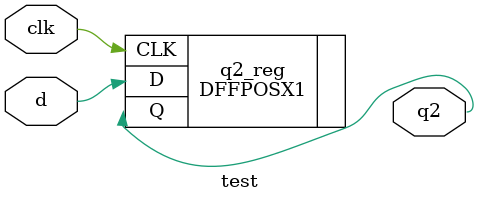
<source format=v>


module test ( clk, d, q2 );
  input clk, d;
  output q2;


  DFFPOSX1 q2_reg ( .D(d), .CLK(clk), .Q(q2) );
endmodule


</source>
